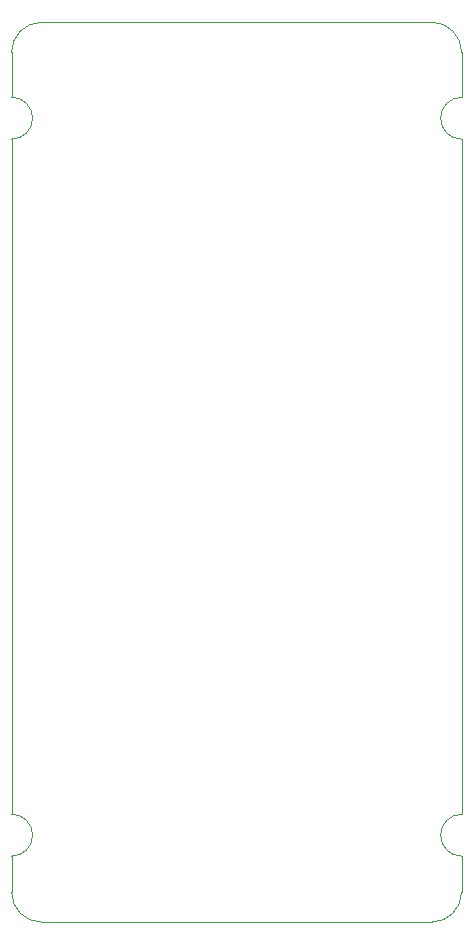
<source format=gbr>
G04 #@! TF.GenerationSoftware,KiCad,Pcbnew,(5.1.5)-3*
G04 #@! TF.CreationDate,2019-12-31T15:28:13-03:00*
G04 #@! TF.ProjectId,BoardNetMF1,426f6172-644e-4657-944d-46312e6b6963,rev?*
G04 #@! TF.SameCoordinates,Original*
G04 #@! TF.FileFunction,Profile,NP*
%FSLAX46Y46*%
G04 Gerber Fmt 4.6, Leading zero omitted, Abs format (unit mm)*
G04 Created by KiCad (PCBNEW (5.1.5)-3) date 2019-12-31 15:28:13*
%MOMM*%
%LPD*%
G04 APERTURE LIST*
%ADD10C,0.050000*%
G04 APERTURE END LIST*
D10*
X119380000Y-144272000D02*
G75*
G03X121158000Y-142494000I0J1778000D01*
G01*
X121158000Y-142494000D02*
G75*
G03X119380000Y-140716000I-1778000J0D01*
G01*
X119380000Y-83566000D02*
X119380000Y-140716000D01*
X119380000Y-76200000D02*
X119380000Y-80010000D01*
X119380000Y-144272000D02*
X119380000Y-147320000D01*
X157480000Y-144272000D02*
X157480000Y-147320000D01*
X157480000Y-83566000D02*
X157480000Y-140716000D01*
X157480000Y-76200000D02*
X157480000Y-80010000D01*
X155702000Y-142494000D02*
G75*
G02X157480000Y-140716000I1778000J0D01*
G01*
X157480000Y-144272000D02*
G75*
G02X155702000Y-142494000I0J1778000D01*
G01*
X157480000Y-83566000D02*
G75*
G02X155702000Y-81788000I0J1778000D01*
G01*
X155702000Y-81788000D02*
G75*
G02X157480000Y-80010000I1778000J0D01*
G01*
X121158000Y-81788000D02*
G75*
G03X119380000Y-80010000I-1778000J0D01*
G01*
X119380000Y-83566000D02*
G75*
G03X121158000Y-81788000I0J1778000D01*
G01*
X121920000Y-73660000D02*
X154940000Y-73660000D01*
X121920000Y-149860000D02*
X154940000Y-149860000D01*
X154940000Y-149860000D02*
G75*
G03X157480000Y-147320000I0J2540000D01*
G01*
X119380000Y-147320000D02*
G75*
G03X121920000Y-149860000I2540000J0D01*
G01*
X121920000Y-73660000D02*
G75*
G03X119380000Y-76200000I0J-2540000D01*
G01*
X157480000Y-76200000D02*
G75*
G03X154940000Y-73660000I-2540000J0D01*
G01*
M02*

</source>
